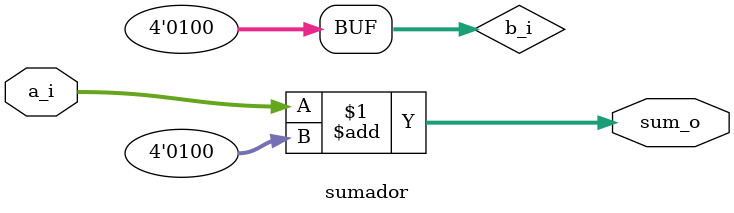
<source format=sv>
`timescale 1ns / 1ps


module sumador #(parameter N = 4)(
    input [N-1:0]           a_i,
    
    output [N-1:0]          sum_o
    
);

reg [N-1:0] b_i=4;

assign sum_o = a_i + b_i;


endmodule

</source>
